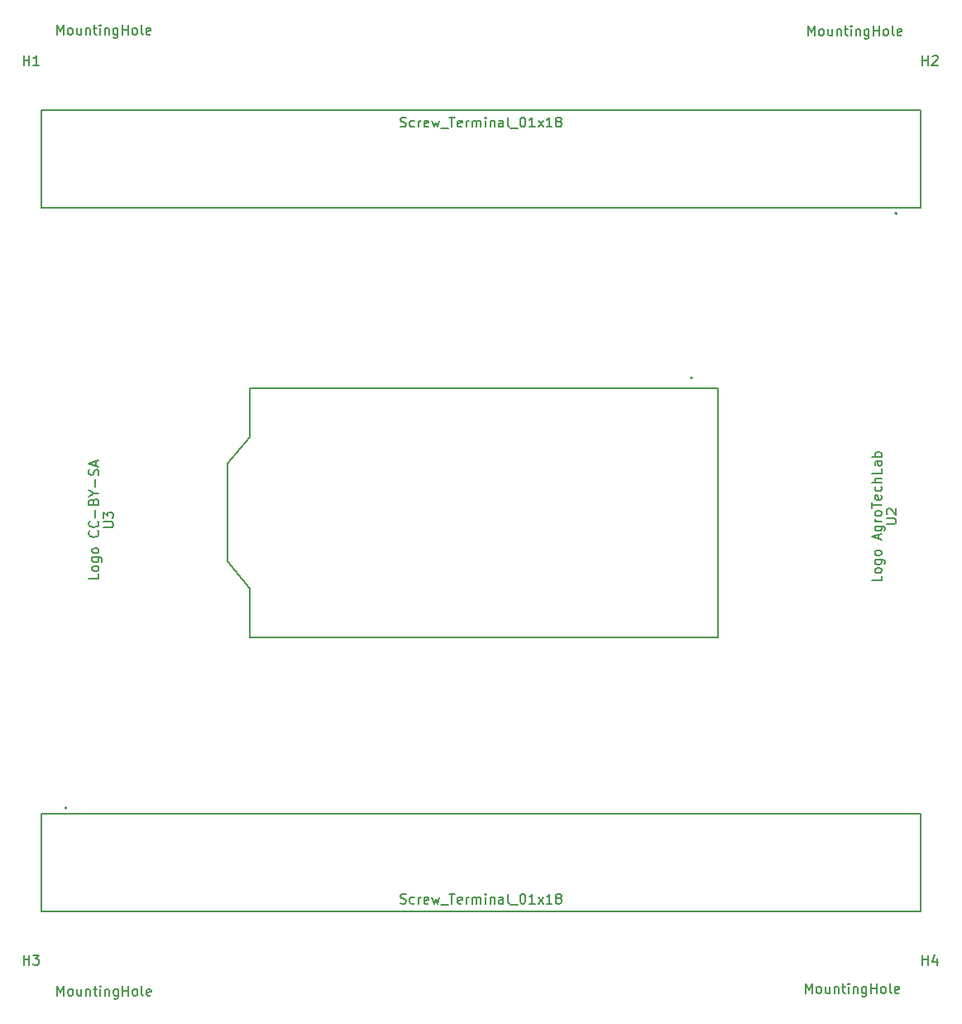
<source format=gbr>
%TF.GenerationSoftware,KiCad,Pcbnew,9.0.1*%
%TF.CreationDate,2025-05-31T13:23:48-03:00*%
%TF.ProjectId,breakout_heltec_wifi_lora_32,62726561-6b6f-4757-945f-68656c746563,v0.2.0*%
%TF.SameCoordinates,Original*%
%TF.FileFunction,AssemblyDrawing,Top*%
%FSLAX46Y46*%
G04 Gerber Fmt 4.6, Leading zero omitted, Abs format (unit mm)*
G04 Created by KiCad (PCBNEW 9.0.1) date 2025-05-31 13:23:48*
%MOMM*%
%LPD*%
G01*
G04 APERTURE LIST*
%ADD10C,0.150000*%
%ADD11C,0.127000*%
%ADD12C,0.200000*%
G04 APERTURE END LIST*
D10*
X187029819Y-101911429D02*
X187029819Y-102387619D01*
X187029819Y-102387619D02*
X186029819Y-102387619D01*
X187029819Y-101435238D02*
X186982200Y-101530476D01*
X186982200Y-101530476D02*
X186934580Y-101578095D01*
X186934580Y-101578095D02*
X186839342Y-101625714D01*
X186839342Y-101625714D02*
X186553628Y-101625714D01*
X186553628Y-101625714D02*
X186458390Y-101578095D01*
X186458390Y-101578095D02*
X186410771Y-101530476D01*
X186410771Y-101530476D02*
X186363152Y-101435238D01*
X186363152Y-101435238D02*
X186363152Y-101292381D01*
X186363152Y-101292381D02*
X186410771Y-101197143D01*
X186410771Y-101197143D02*
X186458390Y-101149524D01*
X186458390Y-101149524D02*
X186553628Y-101101905D01*
X186553628Y-101101905D02*
X186839342Y-101101905D01*
X186839342Y-101101905D02*
X186934580Y-101149524D01*
X186934580Y-101149524D02*
X186982200Y-101197143D01*
X186982200Y-101197143D02*
X187029819Y-101292381D01*
X187029819Y-101292381D02*
X187029819Y-101435238D01*
X186363152Y-100244762D02*
X187172676Y-100244762D01*
X187172676Y-100244762D02*
X187267914Y-100292381D01*
X187267914Y-100292381D02*
X187315533Y-100340000D01*
X187315533Y-100340000D02*
X187363152Y-100435238D01*
X187363152Y-100435238D02*
X187363152Y-100578095D01*
X187363152Y-100578095D02*
X187315533Y-100673333D01*
X186982200Y-100244762D02*
X187029819Y-100340000D01*
X187029819Y-100340000D02*
X187029819Y-100530476D01*
X187029819Y-100530476D02*
X186982200Y-100625714D01*
X186982200Y-100625714D02*
X186934580Y-100673333D01*
X186934580Y-100673333D02*
X186839342Y-100720952D01*
X186839342Y-100720952D02*
X186553628Y-100720952D01*
X186553628Y-100720952D02*
X186458390Y-100673333D01*
X186458390Y-100673333D02*
X186410771Y-100625714D01*
X186410771Y-100625714D02*
X186363152Y-100530476D01*
X186363152Y-100530476D02*
X186363152Y-100340000D01*
X186363152Y-100340000D02*
X186410771Y-100244762D01*
X187029819Y-99625714D02*
X186982200Y-99720952D01*
X186982200Y-99720952D02*
X186934580Y-99768571D01*
X186934580Y-99768571D02*
X186839342Y-99816190D01*
X186839342Y-99816190D02*
X186553628Y-99816190D01*
X186553628Y-99816190D02*
X186458390Y-99768571D01*
X186458390Y-99768571D02*
X186410771Y-99720952D01*
X186410771Y-99720952D02*
X186363152Y-99625714D01*
X186363152Y-99625714D02*
X186363152Y-99482857D01*
X186363152Y-99482857D02*
X186410771Y-99387619D01*
X186410771Y-99387619D02*
X186458390Y-99340000D01*
X186458390Y-99340000D02*
X186553628Y-99292381D01*
X186553628Y-99292381D02*
X186839342Y-99292381D01*
X186839342Y-99292381D02*
X186934580Y-99340000D01*
X186934580Y-99340000D02*
X186982200Y-99387619D01*
X186982200Y-99387619D02*
X187029819Y-99482857D01*
X187029819Y-99482857D02*
X187029819Y-99625714D01*
X186744104Y-98149523D02*
X186744104Y-97673333D01*
X187029819Y-98244761D02*
X186029819Y-97911428D01*
X186029819Y-97911428D02*
X187029819Y-97578095D01*
X186363152Y-96816190D02*
X187172676Y-96816190D01*
X187172676Y-96816190D02*
X187267914Y-96863809D01*
X187267914Y-96863809D02*
X187315533Y-96911428D01*
X187315533Y-96911428D02*
X187363152Y-97006666D01*
X187363152Y-97006666D02*
X187363152Y-97149523D01*
X187363152Y-97149523D02*
X187315533Y-97244761D01*
X186982200Y-96816190D02*
X187029819Y-96911428D01*
X187029819Y-96911428D02*
X187029819Y-97101904D01*
X187029819Y-97101904D02*
X186982200Y-97197142D01*
X186982200Y-97197142D02*
X186934580Y-97244761D01*
X186934580Y-97244761D02*
X186839342Y-97292380D01*
X186839342Y-97292380D02*
X186553628Y-97292380D01*
X186553628Y-97292380D02*
X186458390Y-97244761D01*
X186458390Y-97244761D02*
X186410771Y-97197142D01*
X186410771Y-97197142D02*
X186363152Y-97101904D01*
X186363152Y-97101904D02*
X186363152Y-96911428D01*
X186363152Y-96911428D02*
X186410771Y-96816190D01*
X187029819Y-96339999D02*
X186363152Y-96339999D01*
X186553628Y-96339999D02*
X186458390Y-96292380D01*
X186458390Y-96292380D02*
X186410771Y-96244761D01*
X186410771Y-96244761D02*
X186363152Y-96149523D01*
X186363152Y-96149523D02*
X186363152Y-96054285D01*
X187029819Y-95578094D02*
X186982200Y-95673332D01*
X186982200Y-95673332D02*
X186934580Y-95720951D01*
X186934580Y-95720951D02*
X186839342Y-95768570D01*
X186839342Y-95768570D02*
X186553628Y-95768570D01*
X186553628Y-95768570D02*
X186458390Y-95720951D01*
X186458390Y-95720951D02*
X186410771Y-95673332D01*
X186410771Y-95673332D02*
X186363152Y-95578094D01*
X186363152Y-95578094D02*
X186363152Y-95435237D01*
X186363152Y-95435237D02*
X186410771Y-95339999D01*
X186410771Y-95339999D02*
X186458390Y-95292380D01*
X186458390Y-95292380D02*
X186553628Y-95244761D01*
X186553628Y-95244761D02*
X186839342Y-95244761D01*
X186839342Y-95244761D02*
X186934580Y-95292380D01*
X186934580Y-95292380D02*
X186982200Y-95339999D01*
X186982200Y-95339999D02*
X187029819Y-95435237D01*
X187029819Y-95435237D02*
X187029819Y-95578094D01*
X186029819Y-94959046D02*
X186029819Y-94387618D01*
X187029819Y-94673332D02*
X186029819Y-94673332D01*
X186982200Y-93673332D02*
X187029819Y-93768570D01*
X187029819Y-93768570D02*
X187029819Y-93959046D01*
X187029819Y-93959046D02*
X186982200Y-94054284D01*
X186982200Y-94054284D02*
X186886961Y-94101903D01*
X186886961Y-94101903D02*
X186506009Y-94101903D01*
X186506009Y-94101903D02*
X186410771Y-94054284D01*
X186410771Y-94054284D02*
X186363152Y-93959046D01*
X186363152Y-93959046D02*
X186363152Y-93768570D01*
X186363152Y-93768570D02*
X186410771Y-93673332D01*
X186410771Y-93673332D02*
X186506009Y-93625713D01*
X186506009Y-93625713D02*
X186601247Y-93625713D01*
X186601247Y-93625713D02*
X186696485Y-94101903D01*
X186982200Y-92768570D02*
X187029819Y-92863808D01*
X187029819Y-92863808D02*
X187029819Y-93054284D01*
X187029819Y-93054284D02*
X186982200Y-93149522D01*
X186982200Y-93149522D02*
X186934580Y-93197141D01*
X186934580Y-93197141D02*
X186839342Y-93244760D01*
X186839342Y-93244760D02*
X186553628Y-93244760D01*
X186553628Y-93244760D02*
X186458390Y-93197141D01*
X186458390Y-93197141D02*
X186410771Y-93149522D01*
X186410771Y-93149522D02*
X186363152Y-93054284D01*
X186363152Y-93054284D02*
X186363152Y-92863808D01*
X186363152Y-92863808D02*
X186410771Y-92768570D01*
X187029819Y-92339998D02*
X186029819Y-92339998D01*
X187029819Y-91911427D02*
X186506009Y-91911427D01*
X186506009Y-91911427D02*
X186410771Y-91959046D01*
X186410771Y-91959046D02*
X186363152Y-92054284D01*
X186363152Y-92054284D02*
X186363152Y-92197141D01*
X186363152Y-92197141D02*
X186410771Y-92292379D01*
X186410771Y-92292379D02*
X186458390Y-92339998D01*
X187029819Y-90959046D02*
X187029819Y-91435236D01*
X187029819Y-91435236D02*
X186029819Y-91435236D01*
X187029819Y-90197141D02*
X186506009Y-90197141D01*
X186506009Y-90197141D02*
X186410771Y-90244760D01*
X186410771Y-90244760D02*
X186363152Y-90339998D01*
X186363152Y-90339998D02*
X186363152Y-90530474D01*
X186363152Y-90530474D02*
X186410771Y-90625712D01*
X186982200Y-90197141D02*
X187029819Y-90292379D01*
X187029819Y-90292379D02*
X187029819Y-90530474D01*
X187029819Y-90530474D02*
X186982200Y-90625712D01*
X186982200Y-90625712D02*
X186886961Y-90673331D01*
X186886961Y-90673331D02*
X186791723Y-90673331D01*
X186791723Y-90673331D02*
X186696485Y-90625712D01*
X186696485Y-90625712D02*
X186648866Y-90530474D01*
X186648866Y-90530474D02*
X186648866Y-90292379D01*
X186648866Y-90292379D02*
X186601247Y-90197141D01*
X187029819Y-89720950D02*
X186029819Y-89720950D01*
X186410771Y-89720950D02*
X186363152Y-89625712D01*
X186363152Y-89625712D02*
X186363152Y-89435236D01*
X186363152Y-89435236D02*
X186410771Y-89339998D01*
X186410771Y-89339998D02*
X186458390Y-89292379D01*
X186458390Y-89292379D02*
X186553628Y-89244760D01*
X186553628Y-89244760D02*
X186839342Y-89244760D01*
X186839342Y-89244760D02*
X186934580Y-89292379D01*
X186934580Y-89292379D02*
X186982200Y-89339998D01*
X186982200Y-89339998D02*
X187029819Y-89435236D01*
X187029819Y-89435236D02*
X187029819Y-89625712D01*
X187029819Y-89625712D02*
X186982200Y-89720950D01*
X187529819Y-96601904D02*
X188339342Y-96601904D01*
X188339342Y-96601904D02*
X188434580Y-96554285D01*
X188434580Y-96554285D02*
X188482200Y-96506666D01*
X188482200Y-96506666D02*
X188529819Y-96411428D01*
X188529819Y-96411428D02*
X188529819Y-96220952D01*
X188529819Y-96220952D02*
X188482200Y-96125714D01*
X188482200Y-96125714D02*
X188434580Y-96078095D01*
X188434580Y-96078095D02*
X188339342Y-96030476D01*
X188339342Y-96030476D02*
X187529819Y-96030476D01*
X187625057Y-95601904D02*
X187577438Y-95554285D01*
X187577438Y-95554285D02*
X187529819Y-95459047D01*
X187529819Y-95459047D02*
X187529819Y-95220952D01*
X187529819Y-95220952D02*
X187577438Y-95125714D01*
X187577438Y-95125714D02*
X187625057Y-95078095D01*
X187625057Y-95078095D02*
X187720295Y-95030476D01*
X187720295Y-95030476D02*
X187815533Y-95030476D01*
X187815533Y-95030476D02*
X187958390Y-95078095D01*
X187958390Y-95078095D02*
X188529819Y-95649523D01*
X188529819Y-95649523D02*
X188529819Y-95030476D01*
X106894819Y-101690000D02*
X106894819Y-102166190D01*
X106894819Y-102166190D02*
X105894819Y-102166190D01*
X106894819Y-101213809D02*
X106847200Y-101309047D01*
X106847200Y-101309047D02*
X106799580Y-101356666D01*
X106799580Y-101356666D02*
X106704342Y-101404285D01*
X106704342Y-101404285D02*
X106418628Y-101404285D01*
X106418628Y-101404285D02*
X106323390Y-101356666D01*
X106323390Y-101356666D02*
X106275771Y-101309047D01*
X106275771Y-101309047D02*
X106228152Y-101213809D01*
X106228152Y-101213809D02*
X106228152Y-101070952D01*
X106228152Y-101070952D02*
X106275771Y-100975714D01*
X106275771Y-100975714D02*
X106323390Y-100928095D01*
X106323390Y-100928095D02*
X106418628Y-100880476D01*
X106418628Y-100880476D02*
X106704342Y-100880476D01*
X106704342Y-100880476D02*
X106799580Y-100928095D01*
X106799580Y-100928095D02*
X106847200Y-100975714D01*
X106847200Y-100975714D02*
X106894819Y-101070952D01*
X106894819Y-101070952D02*
X106894819Y-101213809D01*
X106228152Y-100023333D02*
X107037676Y-100023333D01*
X107037676Y-100023333D02*
X107132914Y-100070952D01*
X107132914Y-100070952D02*
X107180533Y-100118571D01*
X107180533Y-100118571D02*
X107228152Y-100213809D01*
X107228152Y-100213809D02*
X107228152Y-100356666D01*
X107228152Y-100356666D02*
X107180533Y-100451904D01*
X106847200Y-100023333D02*
X106894819Y-100118571D01*
X106894819Y-100118571D02*
X106894819Y-100309047D01*
X106894819Y-100309047D02*
X106847200Y-100404285D01*
X106847200Y-100404285D02*
X106799580Y-100451904D01*
X106799580Y-100451904D02*
X106704342Y-100499523D01*
X106704342Y-100499523D02*
X106418628Y-100499523D01*
X106418628Y-100499523D02*
X106323390Y-100451904D01*
X106323390Y-100451904D02*
X106275771Y-100404285D01*
X106275771Y-100404285D02*
X106228152Y-100309047D01*
X106228152Y-100309047D02*
X106228152Y-100118571D01*
X106228152Y-100118571D02*
X106275771Y-100023333D01*
X106894819Y-99404285D02*
X106847200Y-99499523D01*
X106847200Y-99499523D02*
X106799580Y-99547142D01*
X106799580Y-99547142D02*
X106704342Y-99594761D01*
X106704342Y-99594761D02*
X106418628Y-99594761D01*
X106418628Y-99594761D02*
X106323390Y-99547142D01*
X106323390Y-99547142D02*
X106275771Y-99499523D01*
X106275771Y-99499523D02*
X106228152Y-99404285D01*
X106228152Y-99404285D02*
X106228152Y-99261428D01*
X106228152Y-99261428D02*
X106275771Y-99166190D01*
X106275771Y-99166190D02*
X106323390Y-99118571D01*
X106323390Y-99118571D02*
X106418628Y-99070952D01*
X106418628Y-99070952D02*
X106704342Y-99070952D01*
X106704342Y-99070952D02*
X106799580Y-99118571D01*
X106799580Y-99118571D02*
X106847200Y-99166190D01*
X106847200Y-99166190D02*
X106894819Y-99261428D01*
X106894819Y-99261428D02*
X106894819Y-99404285D01*
X106799580Y-97309047D02*
X106847200Y-97356666D01*
X106847200Y-97356666D02*
X106894819Y-97499523D01*
X106894819Y-97499523D02*
X106894819Y-97594761D01*
X106894819Y-97594761D02*
X106847200Y-97737618D01*
X106847200Y-97737618D02*
X106751961Y-97832856D01*
X106751961Y-97832856D02*
X106656723Y-97880475D01*
X106656723Y-97880475D02*
X106466247Y-97928094D01*
X106466247Y-97928094D02*
X106323390Y-97928094D01*
X106323390Y-97928094D02*
X106132914Y-97880475D01*
X106132914Y-97880475D02*
X106037676Y-97832856D01*
X106037676Y-97832856D02*
X105942438Y-97737618D01*
X105942438Y-97737618D02*
X105894819Y-97594761D01*
X105894819Y-97594761D02*
X105894819Y-97499523D01*
X105894819Y-97499523D02*
X105942438Y-97356666D01*
X105942438Y-97356666D02*
X105990057Y-97309047D01*
X106799580Y-96309047D02*
X106847200Y-96356666D01*
X106847200Y-96356666D02*
X106894819Y-96499523D01*
X106894819Y-96499523D02*
X106894819Y-96594761D01*
X106894819Y-96594761D02*
X106847200Y-96737618D01*
X106847200Y-96737618D02*
X106751961Y-96832856D01*
X106751961Y-96832856D02*
X106656723Y-96880475D01*
X106656723Y-96880475D02*
X106466247Y-96928094D01*
X106466247Y-96928094D02*
X106323390Y-96928094D01*
X106323390Y-96928094D02*
X106132914Y-96880475D01*
X106132914Y-96880475D02*
X106037676Y-96832856D01*
X106037676Y-96832856D02*
X105942438Y-96737618D01*
X105942438Y-96737618D02*
X105894819Y-96594761D01*
X105894819Y-96594761D02*
X105894819Y-96499523D01*
X105894819Y-96499523D02*
X105942438Y-96356666D01*
X105942438Y-96356666D02*
X105990057Y-96309047D01*
X106513866Y-95880475D02*
X106513866Y-95118571D01*
X106371009Y-94309047D02*
X106418628Y-94166190D01*
X106418628Y-94166190D02*
X106466247Y-94118571D01*
X106466247Y-94118571D02*
X106561485Y-94070952D01*
X106561485Y-94070952D02*
X106704342Y-94070952D01*
X106704342Y-94070952D02*
X106799580Y-94118571D01*
X106799580Y-94118571D02*
X106847200Y-94166190D01*
X106847200Y-94166190D02*
X106894819Y-94261428D01*
X106894819Y-94261428D02*
X106894819Y-94642380D01*
X106894819Y-94642380D02*
X105894819Y-94642380D01*
X105894819Y-94642380D02*
X105894819Y-94309047D01*
X105894819Y-94309047D02*
X105942438Y-94213809D01*
X105942438Y-94213809D02*
X105990057Y-94166190D01*
X105990057Y-94166190D02*
X106085295Y-94118571D01*
X106085295Y-94118571D02*
X106180533Y-94118571D01*
X106180533Y-94118571D02*
X106275771Y-94166190D01*
X106275771Y-94166190D02*
X106323390Y-94213809D01*
X106323390Y-94213809D02*
X106371009Y-94309047D01*
X106371009Y-94309047D02*
X106371009Y-94642380D01*
X106418628Y-93451904D02*
X106894819Y-93451904D01*
X105894819Y-93785237D02*
X106418628Y-93451904D01*
X106418628Y-93451904D02*
X105894819Y-93118571D01*
X106513866Y-92785237D02*
X106513866Y-92023333D01*
X106847200Y-91594761D02*
X106894819Y-91451904D01*
X106894819Y-91451904D02*
X106894819Y-91213809D01*
X106894819Y-91213809D02*
X106847200Y-91118571D01*
X106847200Y-91118571D02*
X106799580Y-91070952D01*
X106799580Y-91070952D02*
X106704342Y-91023333D01*
X106704342Y-91023333D02*
X106609104Y-91023333D01*
X106609104Y-91023333D02*
X106513866Y-91070952D01*
X106513866Y-91070952D02*
X106466247Y-91118571D01*
X106466247Y-91118571D02*
X106418628Y-91213809D01*
X106418628Y-91213809D02*
X106371009Y-91404285D01*
X106371009Y-91404285D02*
X106323390Y-91499523D01*
X106323390Y-91499523D02*
X106275771Y-91547142D01*
X106275771Y-91547142D02*
X106180533Y-91594761D01*
X106180533Y-91594761D02*
X106085295Y-91594761D01*
X106085295Y-91594761D02*
X105990057Y-91547142D01*
X105990057Y-91547142D02*
X105942438Y-91499523D01*
X105942438Y-91499523D02*
X105894819Y-91404285D01*
X105894819Y-91404285D02*
X105894819Y-91166190D01*
X105894819Y-91166190D02*
X105942438Y-91023333D01*
X106609104Y-90642380D02*
X106609104Y-90166190D01*
X106894819Y-90737618D02*
X105894819Y-90404285D01*
X105894819Y-90404285D02*
X106894819Y-90070952D01*
X107394819Y-96951904D02*
X108204342Y-96951904D01*
X108204342Y-96951904D02*
X108299580Y-96904285D01*
X108299580Y-96904285D02*
X108347200Y-96856666D01*
X108347200Y-96856666D02*
X108394819Y-96761428D01*
X108394819Y-96761428D02*
X108394819Y-96570952D01*
X108394819Y-96570952D02*
X108347200Y-96475714D01*
X108347200Y-96475714D02*
X108299580Y-96428095D01*
X108299580Y-96428095D02*
X108204342Y-96380476D01*
X108204342Y-96380476D02*
X107394819Y-96380476D01*
X107394819Y-95999523D02*
X107394819Y-95380476D01*
X107394819Y-95380476D02*
X107775771Y-95713809D01*
X107775771Y-95713809D02*
X107775771Y-95570952D01*
X107775771Y-95570952D02*
X107823390Y-95475714D01*
X107823390Y-95475714D02*
X107871009Y-95428095D01*
X107871009Y-95428095D02*
X107966247Y-95380476D01*
X107966247Y-95380476D02*
X108204342Y-95380476D01*
X108204342Y-95380476D02*
X108299580Y-95428095D01*
X108299580Y-95428095D02*
X108347200Y-95475714D01*
X108347200Y-95475714D02*
X108394819Y-95570952D01*
X108394819Y-95570952D02*
X108394819Y-95856666D01*
X108394819Y-95856666D02*
X108347200Y-95951904D01*
X108347200Y-95951904D02*
X108299580Y-95999523D01*
X179494285Y-46634819D02*
X179494285Y-45634819D01*
X179494285Y-45634819D02*
X179827618Y-46349104D01*
X179827618Y-46349104D02*
X180160951Y-45634819D01*
X180160951Y-45634819D02*
X180160951Y-46634819D01*
X180779999Y-46634819D02*
X180684761Y-46587200D01*
X180684761Y-46587200D02*
X180637142Y-46539580D01*
X180637142Y-46539580D02*
X180589523Y-46444342D01*
X180589523Y-46444342D02*
X180589523Y-46158628D01*
X180589523Y-46158628D02*
X180637142Y-46063390D01*
X180637142Y-46063390D02*
X180684761Y-46015771D01*
X180684761Y-46015771D02*
X180779999Y-45968152D01*
X180779999Y-45968152D02*
X180922856Y-45968152D01*
X180922856Y-45968152D02*
X181018094Y-46015771D01*
X181018094Y-46015771D02*
X181065713Y-46063390D01*
X181065713Y-46063390D02*
X181113332Y-46158628D01*
X181113332Y-46158628D02*
X181113332Y-46444342D01*
X181113332Y-46444342D02*
X181065713Y-46539580D01*
X181065713Y-46539580D02*
X181018094Y-46587200D01*
X181018094Y-46587200D02*
X180922856Y-46634819D01*
X180922856Y-46634819D02*
X180779999Y-46634819D01*
X181970475Y-45968152D02*
X181970475Y-46634819D01*
X181541904Y-45968152D02*
X181541904Y-46491961D01*
X181541904Y-46491961D02*
X181589523Y-46587200D01*
X181589523Y-46587200D02*
X181684761Y-46634819D01*
X181684761Y-46634819D02*
X181827618Y-46634819D01*
X181827618Y-46634819D02*
X181922856Y-46587200D01*
X181922856Y-46587200D02*
X181970475Y-46539580D01*
X182446666Y-45968152D02*
X182446666Y-46634819D01*
X182446666Y-46063390D02*
X182494285Y-46015771D01*
X182494285Y-46015771D02*
X182589523Y-45968152D01*
X182589523Y-45968152D02*
X182732380Y-45968152D01*
X182732380Y-45968152D02*
X182827618Y-46015771D01*
X182827618Y-46015771D02*
X182875237Y-46111009D01*
X182875237Y-46111009D02*
X182875237Y-46634819D01*
X183208571Y-45968152D02*
X183589523Y-45968152D01*
X183351428Y-45634819D02*
X183351428Y-46491961D01*
X183351428Y-46491961D02*
X183399047Y-46587200D01*
X183399047Y-46587200D02*
X183494285Y-46634819D01*
X183494285Y-46634819D02*
X183589523Y-46634819D01*
X183922857Y-46634819D02*
X183922857Y-45968152D01*
X183922857Y-45634819D02*
X183875238Y-45682438D01*
X183875238Y-45682438D02*
X183922857Y-45730057D01*
X183922857Y-45730057D02*
X183970476Y-45682438D01*
X183970476Y-45682438D02*
X183922857Y-45634819D01*
X183922857Y-45634819D02*
X183922857Y-45730057D01*
X184399047Y-45968152D02*
X184399047Y-46634819D01*
X184399047Y-46063390D02*
X184446666Y-46015771D01*
X184446666Y-46015771D02*
X184541904Y-45968152D01*
X184541904Y-45968152D02*
X184684761Y-45968152D01*
X184684761Y-45968152D02*
X184779999Y-46015771D01*
X184779999Y-46015771D02*
X184827618Y-46111009D01*
X184827618Y-46111009D02*
X184827618Y-46634819D01*
X185732380Y-45968152D02*
X185732380Y-46777676D01*
X185732380Y-46777676D02*
X185684761Y-46872914D01*
X185684761Y-46872914D02*
X185637142Y-46920533D01*
X185637142Y-46920533D02*
X185541904Y-46968152D01*
X185541904Y-46968152D02*
X185399047Y-46968152D01*
X185399047Y-46968152D02*
X185303809Y-46920533D01*
X185732380Y-46587200D02*
X185637142Y-46634819D01*
X185637142Y-46634819D02*
X185446666Y-46634819D01*
X185446666Y-46634819D02*
X185351428Y-46587200D01*
X185351428Y-46587200D02*
X185303809Y-46539580D01*
X185303809Y-46539580D02*
X185256190Y-46444342D01*
X185256190Y-46444342D02*
X185256190Y-46158628D01*
X185256190Y-46158628D02*
X185303809Y-46063390D01*
X185303809Y-46063390D02*
X185351428Y-46015771D01*
X185351428Y-46015771D02*
X185446666Y-45968152D01*
X185446666Y-45968152D02*
X185637142Y-45968152D01*
X185637142Y-45968152D02*
X185732380Y-46015771D01*
X186208571Y-46634819D02*
X186208571Y-45634819D01*
X186208571Y-46111009D02*
X186779999Y-46111009D01*
X186779999Y-46634819D02*
X186779999Y-45634819D01*
X187399047Y-46634819D02*
X187303809Y-46587200D01*
X187303809Y-46587200D02*
X187256190Y-46539580D01*
X187256190Y-46539580D02*
X187208571Y-46444342D01*
X187208571Y-46444342D02*
X187208571Y-46158628D01*
X187208571Y-46158628D02*
X187256190Y-46063390D01*
X187256190Y-46063390D02*
X187303809Y-46015771D01*
X187303809Y-46015771D02*
X187399047Y-45968152D01*
X187399047Y-45968152D02*
X187541904Y-45968152D01*
X187541904Y-45968152D02*
X187637142Y-46015771D01*
X187637142Y-46015771D02*
X187684761Y-46063390D01*
X187684761Y-46063390D02*
X187732380Y-46158628D01*
X187732380Y-46158628D02*
X187732380Y-46444342D01*
X187732380Y-46444342D02*
X187684761Y-46539580D01*
X187684761Y-46539580D02*
X187637142Y-46587200D01*
X187637142Y-46587200D02*
X187541904Y-46634819D01*
X187541904Y-46634819D02*
X187399047Y-46634819D01*
X188303809Y-46634819D02*
X188208571Y-46587200D01*
X188208571Y-46587200D02*
X188160952Y-46491961D01*
X188160952Y-46491961D02*
X188160952Y-45634819D01*
X189065714Y-46587200D02*
X188970476Y-46634819D01*
X188970476Y-46634819D02*
X188780000Y-46634819D01*
X188780000Y-46634819D02*
X188684762Y-46587200D01*
X188684762Y-46587200D02*
X188637143Y-46491961D01*
X188637143Y-46491961D02*
X188637143Y-46111009D01*
X188637143Y-46111009D02*
X188684762Y-46015771D01*
X188684762Y-46015771D02*
X188780000Y-45968152D01*
X188780000Y-45968152D02*
X188970476Y-45968152D01*
X188970476Y-45968152D02*
X189065714Y-46015771D01*
X189065714Y-46015771D02*
X189113333Y-46111009D01*
X189113333Y-46111009D02*
X189113333Y-46206247D01*
X189113333Y-46206247D02*
X188637143Y-46301485D01*
X191218095Y-49684819D02*
X191218095Y-48684819D01*
X191218095Y-49161009D02*
X191789523Y-49161009D01*
X191789523Y-49684819D02*
X191789523Y-48684819D01*
X192218095Y-48780057D02*
X192265714Y-48732438D01*
X192265714Y-48732438D02*
X192360952Y-48684819D01*
X192360952Y-48684819D02*
X192599047Y-48684819D01*
X192599047Y-48684819D02*
X192694285Y-48732438D01*
X192694285Y-48732438D02*
X192741904Y-48780057D01*
X192741904Y-48780057D02*
X192789523Y-48875295D01*
X192789523Y-48875295D02*
X192789523Y-48970533D01*
X192789523Y-48970533D02*
X192741904Y-49113390D01*
X192741904Y-49113390D02*
X192170476Y-49684819D01*
X192170476Y-49684819D02*
X192789523Y-49684819D01*
X102614285Y-46544819D02*
X102614285Y-45544819D01*
X102614285Y-45544819D02*
X102947618Y-46259104D01*
X102947618Y-46259104D02*
X103280951Y-45544819D01*
X103280951Y-45544819D02*
X103280951Y-46544819D01*
X103899999Y-46544819D02*
X103804761Y-46497200D01*
X103804761Y-46497200D02*
X103757142Y-46449580D01*
X103757142Y-46449580D02*
X103709523Y-46354342D01*
X103709523Y-46354342D02*
X103709523Y-46068628D01*
X103709523Y-46068628D02*
X103757142Y-45973390D01*
X103757142Y-45973390D02*
X103804761Y-45925771D01*
X103804761Y-45925771D02*
X103899999Y-45878152D01*
X103899999Y-45878152D02*
X104042856Y-45878152D01*
X104042856Y-45878152D02*
X104138094Y-45925771D01*
X104138094Y-45925771D02*
X104185713Y-45973390D01*
X104185713Y-45973390D02*
X104233332Y-46068628D01*
X104233332Y-46068628D02*
X104233332Y-46354342D01*
X104233332Y-46354342D02*
X104185713Y-46449580D01*
X104185713Y-46449580D02*
X104138094Y-46497200D01*
X104138094Y-46497200D02*
X104042856Y-46544819D01*
X104042856Y-46544819D02*
X103899999Y-46544819D01*
X105090475Y-45878152D02*
X105090475Y-46544819D01*
X104661904Y-45878152D02*
X104661904Y-46401961D01*
X104661904Y-46401961D02*
X104709523Y-46497200D01*
X104709523Y-46497200D02*
X104804761Y-46544819D01*
X104804761Y-46544819D02*
X104947618Y-46544819D01*
X104947618Y-46544819D02*
X105042856Y-46497200D01*
X105042856Y-46497200D02*
X105090475Y-46449580D01*
X105566666Y-45878152D02*
X105566666Y-46544819D01*
X105566666Y-45973390D02*
X105614285Y-45925771D01*
X105614285Y-45925771D02*
X105709523Y-45878152D01*
X105709523Y-45878152D02*
X105852380Y-45878152D01*
X105852380Y-45878152D02*
X105947618Y-45925771D01*
X105947618Y-45925771D02*
X105995237Y-46021009D01*
X105995237Y-46021009D02*
X105995237Y-46544819D01*
X106328571Y-45878152D02*
X106709523Y-45878152D01*
X106471428Y-45544819D02*
X106471428Y-46401961D01*
X106471428Y-46401961D02*
X106519047Y-46497200D01*
X106519047Y-46497200D02*
X106614285Y-46544819D01*
X106614285Y-46544819D02*
X106709523Y-46544819D01*
X107042857Y-46544819D02*
X107042857Y-45878152D01*
X107042857Y-45544819D02*
X106995238Y-45592438D01*
X106995238Y-45592438D02*
X107042857Y-45640057D01*
X107042857Y-45640057D02*
X107090476Y-45592438D01*
X107090476Y-45592438D02*
X107042857Y-45544819D01*
X107042857Y-45544819D02*
X107042857Y-45640057D01*
X107519047Y-45878152D02*
X107519047Y-46544819D01*
X107519047Y-45973390D02*
X107566666Y-45925771D01*
X107566666Y-45925771D02*
X107661904Y-45878152D01*
X107661904Y-45878152D02*
X107804761Y-45878152D01*
X107804761Y-45878152D02*
X107899999Y-45925771D01*
X107899999Y-45925771D02*
X107947618Y-46021009D01*
X107947618Y-46021009D02*
X107947618Y-46544819D01*
X108852380Y-45878152D02*
X108852380Y-46687676D01*
X108852380Y-46687676D02*
X108804761Y-46782914D01*
X108804761Y-46782914D02*
X108757142Y-46830533D01*
X108757142Y-46830533D02*
X108661904Y-46878152D01*
X108661904Y-46878152D02*
X108519047Y-46878152D01*
X108519047Y-46878152D02*
X108423809Y-46830533D01*
X108852380Y-46497200D02*
X108757142Y-46544819D01*
X108757142Y-46544819D02*
X108566666Y-46544819D01*
X108566666Y-46544819D02*
X108471428Y-46497200D01*
X108471428Y-46497200D02*
X108423809Y-46449580D01*
X108423809Y-46449580D02*
X108376190Y-46354342D01*
X108376190Y-46354342D02*
X108376190Y-46068628D01*
X108376190Y-46068628D02*
X108423809Y-45973390D01*
X108423809Y-45973390D02*
X108471428Y-45925771D01*
X108471428Y-45925771D02*
X108566666Y-45878152D01*
X108566666Y-45878152D02*
X108757142Y-45878152D01*
X108757142Y-45878152D02*
X108852380Y-45925771D01*
X109328571Y-46544819D02*
X109328571Y-45544819D01*
X109328571Y-46021009D02*
X109899999Y-46021009D01*
X109899999Y-46544819D02*
X109899999Y-45544819D01*
X110519047Y-46544819D02*
X110423809Y-46497200D01*
X110423809Y-46497200D02*
X110376190Y-46449580D01*
X110376190Y-46449580D02*
X110328571Y-46354342D01*
X110328571Y-46354342D02*
X110328571Y-46068628D01*
X110328571Y-46068628D02*
X110376190Y-45973390D01*
X110376190Y-45973390D02*
X110423809Y-45925771D01*
X110423809Y-45925771D02*
X110519047Y-45878152D01*
X110519047Y-45878152D02*
X110661904Y-45878152D01*
X110661904Y-45878152D02*
X110757142Y-45925771D01*
X110757142Y-45925771D02*
X110804761Y-45973390D01*
X110804761Y-45973390D02*
X110852380Y-46068628D01*
X110852380Y-46068628D02*
X110852380Y-46354342D01*
X110852380Y-46354342D02*
X110804761Y-46449580D01*
X110804761Y-46449580D02*
X110757142Y-46497200D01*
X110757142Y-46497200D02*
X110661904Y-46544819D01*
X110661904Y-46544819D02*
X110519047Y-46544819D01*
X111423809Y-46544819D02*
X111328571Y-46497200D01*
X111328571Y-46497200D02*
X111280952Y-46401961D01*
X111280952Y-46401961D02*
X111280952Y-45544819D01*
X112185714Y-46497200D02*
X112090476Y-46544819D01*
X112090476Y-46544819D02*
X111900000Y-46544819D01*
X111900000Y-46544819D02*
X111804762Y-46497200D01*
X111804762Y-46497200D02*
X111757143Y-46401961D01*
X111757143Y-46401961D02*
X111757143Y-46021009D01*
X111757143Y-46021009D02*
X111804762Y-45925771D01*
X111804762Y-45925771D02*
X111900000Y-45878152D01*
X111900000Y-45878152D02*
X112090476Y-45878152D01*
X112090476Y-45878152D02*
X112185714Y-45925771D01*
X112185714Y-45925771D02*
X112233333Y-46021009D01*
X112233333Y-46021009D02*
X112233333Y-46116247D01*
X112233333Y-46116247D02*
X111757143Y-46211485D01*
X99218095Y-49684819D02*
X99218095Y-48684819D01*
X99218095Y-49161009D02*
X99789523Y-49161009D01*
X99789523Y-49684819D02*
X99789523Y-48684819D01*
X100789523Y-49684819D02*
X100218095Y-49684819D01*
X100503809Y-49684819D02*
X100503809Y-48684819D01*
X100503809Y-48684819D02*
X100408571Y-48827676D01*
X100408571Y-48827676D02*
X100313333Y-48922914D01*
X100313333Y-48922914D02*
X100218095Y-48970533D01*
X137781904Y-55947200D02*
X137924761Y-55994819D01*
X137924761Y-55994819D02*
X138162856Y-55994819D01*
X138162856Y-55994819D02*
X138258094Y-55947200D01*
X138258094Y-55947200D02*
X138305713Y-55899580D01*
X138305713Y-55899580D02*
X138353332Y-55804342D01*
X138353332Y-55804342D02*
X138353332Y-55709104D01*
X138353332Y-55709104D02*
X138305713Y-55613866D01*
X138305713Y-55613866D02*
X138258094Y-55566247D01*
X138258094Y-55566247D02*
X138162856Y-55518628D01*
X138162856Y-55518628D02*
X137972380Y-55471009D01*
X137972380Y-55471009D02*
X137877142Y-55423390D01*
X137877142Y-55423390D02*
X137829523Y-55375771D01*
X137829523Y-55375771D02*
X137781904Y-55280533D01*
X137781904Y-55280533D02*
X137781904Y-55185295D01*
X137781904Y-55185295D02*
X137829523Y-55090057D01*
X137829523Y-55090057D02*
X137877142Y-55042438D01*
X137877142Y-55042438D02*
X137972380Y-54994819D01*
X137972380Y-54994819D02*
X138210475Y-54994819D01*
X138210475Y-54994819D02*
X138353332Y-55042438D01*
X139210475Y-55947200D02*
X139115237Y-55994819D01*
X139115237Y-55994819D02*
X138924761Y-55994819D01*
X138924761Y-55994819D02*
X138829523Y-55947200D01*
X138829523Y-55947200D02*
X138781904Y-55899580D01*
X138781904Y-55899580D02*
X138734285Y-55804342D01*
X138734285Y-55804342D02*
X138734285Y-55518628D01*
X138734285Y-55518628D02*
X138781904Y-55423390D01*
X138781904Y-55423390D02*
X138829523Y-55375771D01*
X138829523Y-55375771D02*
X138924761Y-55328152D01*
X138924761Y-55328152D02*
X139115237Y-55328152D01*
X139115237Y-55328152D02*
X139210475Y-55375771D01*
X139639047Y-55994819D02*
X139639047Y-55328152D01*
X139639047Y-55518628D02*
X139686666Y-55423390D01*
X139686666Y-55423390D02*
X139734285Y-55375771D01*
X139734285Y-55375771D02*
X139829523Y-55328152D01*
X139829523Y-55328152D02*
X139924761Y-55328152D01*
X140639047Y-55947200D02*
X140543809Y-55994819D01*
X140543809Y-55994819D02*
X140353333Y-55994819D01*
X140353333Y-55994819D02*
X140258095Y-55947200D01*
X140258095Y-55947200D02*
X140210476Y-55851961D01*
X140210476Y-55851961D02*
X140210476Y-55471009D01*
X140210476Y-55471009D02*
X140258095Y-55375771D01*
X140258095Y-55375771D02*
X140353333Y-55328152D01*
X140353333Y-55328152D02*
X140543809Y-55328152D01*
X140543809Y-55328152D02*
X140639047Y-55375771D01*
X140639047Y-55375771D02*
X140686666Y-55471009D01*
X140686666Y-55471009D02*
X140686666Y-55566247D01*
X140686666Y-55566247D02*
X140210476Y-55661485D01*
X141020000Y-55328152D02*
X141210476Y-55994819D01*
X141210476Y-55994819D02*
X141400952Y-55518628D01*
X141400952Y-55518628D02*
X141591428Y-55994819D01*
X141591428Y-55994819D02*
X141781904Y-55328152D01*
X141924762Y-56090057D02*
X142686666Y-56090057D01*
X142781905Y-54994819D02*
X143353333Y-54994819D01*
X143067619Y-55994819D02*
X143067619Y-54994819D01*
X144067619Y-55947200D02*
X143972381Y-55994819D01*
X143972381Y-55994819D02*
X143781905Y-55994819D01*
X143781905Y-55994819D02*
X143686667Y-55947200D01*
X143686667Y-55947200D02*
X143639048Y-55851961D01*
X143639048Y-55851961D02*
X143639048Y-55471009D01*
X143639048Y-55471009D02*
X143686667Y-55375771D01*
X143686667Y-55375771D02*
X143781905Y-55328152D01*
X143781905Y-55328152D02*
X143972381Y-55328152D01*
X143972381Y-55328152D02*
X144067619Y-55375771D01*
X144067619Y-55375771D02*
X144115238Y-55471009D01*
X144115238Y-55471009D02*
X144115238Y-55566247D01*
X144115238Y-55566247D02*
X143639048Y-55661485D01*
X144543810Y-55994819D02*
X144543810Y-55328152D01*
X144543810Y-55518628D02*
X144591429Y-55423390D01*
X144591429Y-55423390D02*
X144639048Y-55375771D01*
X144639048Y-55375771D02*
X144734286Y-55328152D01*
X144734286Y-55328152D02*
X144829524Y-55328152D01*
X145162858Y-55994819D02*
X145162858Y-55328152D01*
X145162858Y-55423390D02*
X145210477Y-55375771D01*
X145210477Y-55375771D02*
X145305715Y-55328152D01*
X145305715Y-55328152D02*
X145448572Y-55328152D01*
X145448572Y-55328152D02*
X145543810Y-55375771D01*
X145543810Y-55375771D02*
X145591429Y-55471009D01*
X145591429Y-55471009D02*
X145591429Y-55994819D01*
X145591429Y-55471009D02*
X145639048Y-55375771D01*
X145639048Y-55375771D02*
X145734286Y-55328152D01*
X145734286Y-55328152D02*
X145877143Y-55328152D01*
X145877143Y-55328152D02*
X145972382Y-55375771D01*
X145972382Y-55375771D02*
X146020001Y-55471009D01*
X146020001Y-55471009D02*
X146020001Y-55994819D01*
X146496191Y-55994819D02*
X146496191Y-55328152D01*
X146496191Y-54994819D02*
X146448572Y-55042438D01*
X146448572Y-55042438D02*
X146496191Y-55090057D01*
X146496191Y-55090057D02*
X146543810Y-55042438D01*
X146543810Y-55042438D02*
X146496191Y-54994819D01*
X146496191Y-54994819D02*
X146496191Y-55090057D01*
X146972381Y-55328152D02*
X146972381Y-55994819D01*
X146972381Y-55423390D02*
X147020000Y-55375771D01*
X147020000Y-55375771D02*
X147115238Y-55328152D01*
X147115238Y-55328152D02*
X147258095Y-55328152D01*
X147258095Y-55328152D02*
X147353333Y-55375771D01*
X147353333Y-55375771D02*
X147400952Y-55471009D01*
X147400952Y-55471009D02*
X147400952Y-55994819D01*
X148305714Y-55994819D02*
X148305714Y-55471009D01*
X148305714Y-55471009D02*
X148258095Y-55375771D01*
X148258095Y-55375771D02*
X148162857Y-55328152D01*
X148162857Y-55328152D02*
X147972381Y-55328152D01*
X147972381Y-55328152D02*
X147877143Y-55375771D01*
X148305714Y-55947200D02*
X148210476Y-55994819D01*
X148210476Y-55994819D02*
X147972381Y-55994819D01*
X147972381Y-55994819D02*
X147877143Y-55947200D01*
X147877143Y-55947200D02*
X147829524Y-55851961D01*
X147829524Y-55851961D02*
X147829524Y-55756723D01*
X147829524Y-55756723D02*
X147877143Y-55661485D01*
X147877143Y-55661485D02*
X147972381Y-55613866D01*
X147972381Y-55613866D02*
X148210476Y-55613866D01*
X148210476Y-55613866D02*
X148305714Y-55566247D01*
X148924762Y-55994819D02*
X148829524Y-55947200D01*
X148829524Y-55947200D02*
X148781905Y-55851961D01*
X148781905Y-55851961D02*
X148781905Y-54994819D01*
X149067620Y-56090057D02*
X149829524Y-56090057D01*
X150258096Y-54994819D02*
X150353334Y-54994819D01*
X150353334Y-54994819D02*
X150448572Y-55042438D01*
X150448572Y-55042438D02*
X150496191Y-55090057D01*
X150496191Y-55090057D02*
X150543810Y-55185295D01*
X150543810Y-55185295D02*
X150591429Y-55375771D01*
X150591429Y-55375771D02*
X150591429Y-55613866D01*
X150591429Y-55613866D02*
X150543810Y-55804342D01*
X150543810Y-55804342D02*
X150496191Y-55899580D01*
X150496191Y-55899580D02*
X150448572Y-55947200D01*
X150448572Y-55947200D02*
X150353334Y-55994819D01*
X150353334Y-55994819D02*
X150258096Y-55994819D01*
X150258096Y-55994819D02*
X150162858Y-55947200D01*
X150162858Y-55947200D02*
X150115239Y-55899580D01*
X150115239Y-55899580D02*
X150067620Y-55804342D01*
X150067620Y-55804342D02*
X150020001Y-55613866D01*
X150020001Y-55613866D02*
X150020001Y-55375771D01*
X150020001Y-55375771D02*
X150067620Y-55185295D01*
X150067620Y-55185295D02*
X150115239Y-55090057D01*
X150115239Y-55090057D02*
X150162858Y-55042438D01*
X150162858Y-55042438D02*
X150258096Y-54994819D01*
X151543810Y-55994819D02*
X150972382Y-55994819D01*
X151258096Y-55994819D02*
X151258096Y-54994819D01*
X151258096Y-54994819D02*
X151162858Y-55137676D01*
X151162858Y-55137676D02*
X151067620Y-55232914D01*
X151067620Y-55232914D02*
X150972382Y-55280533D01*
X151877144Y-55994819D02*
X152400953Y-55328152D01*
X151877144Y-55328152D02*
X152400953Y-55994819D01*
X153305715Y-55994819D02*
X152734287Y-55994819D01*
X153020001Y-55994819D02*
X153020001Y-54994819D01*
X153020001Y-54994819D02*
X152924763Y-55137676D01*
X152924763Y-55137676D02*
X152829525Y-55232914D01*
X152829525Y-55232914D02*
X152734287Y-55280533D01*
X153877144Y-55423390D02*
X153781906Y-55375771D01*
X153781906Y-55375771D02*
X153734287Y-55328152D01*
X153734287Y-55328152D02*
X153686668Y-55232914D01*
X153686668Y-55232914D02*
X153686668Y-55185295D01*
X153686668Y-55185295D02*
X153734287Y-55090057D01*
X153734287Y-55090057D02*
X153781906Y-55042438D01*
X153781906Y-55042438D02*
X153877144Y-54994819D01*
X153877144Y-54994819D02*
X154067620Y-54994819D01*
X154067620Y-54994819D02*
X154162858Y-55042438D01*
X154162858Y-55042438D02*
X154210477Y-55090057D01*
X154210477Y-55090057D02*
X154258096Y-55185295D01*
X154258096Y-55185295D02*
X154258096Y-55232914D01*
X154258096Y-55232914D02*
X154210477Y-55328152D01*
X154210477Y-55328152D02*
X154162858Y-55375771D01*
X154162858Y-55375771D02*
X154067620Y-55423390D01*
X154067620Y-55423390D02*
X153877144Y-55423390D01*
X153877144Y-55423390D02*
X153781906Y-55471009D01*
X153781906Y-55471009D02*
X153734287Y-55518628D01*
X153734287Y-55518628D02*
X153686668Y-55613866D01*
X153686668Y-55613866D02*
X153686668Y-55804342D01*
X153686668Y-55804342D02*
X153734287Y-55899580D01*
X153734287Y-55899580D02*
X153781906Y-55947200D01*
X153781906Y-55947200D02*
X153877144Y-55994819D01*
X153877144Y-55994819D02*
X154067620Y-55994819D01*
X154067620Y-55994819D02*
X154162858Y-55947200D01*
X154162858Y-55947200D02*
X154210477Y-55899580D01*
X154210477Y-55899580D02*
X154258096Y-55804342D01*
X154258096Y-55804342D02*
X154258096Y-55613866D01*
X154258096Y-55613866D02*
X154210477Y-55518628D01*
X154210477Y-55518628D02*
X154162858Y-55471009D01*
X154162858Y-55471009D02*
X154067620Y-55423390D01*
X179234285Y-144584819D02*
X179234285Y-143584819D01*
X179234285Y-143584819D02*
X179567618Y-144299104D01*
X179567618Y-144299104D02*
X179900951Y-143584819D01*
X179900951Y-143584819D02*
X179900951Y-144584819D01*
X180519999Y-144584819D02*
X180424761Y-144537200D01*
X180424761Y-144537200D02*
X180377142Y-144489580D01*
X180377142Y-144489580D02*
X180329523Y-144394342D01*
X180329523Y-144394342D02*
X180329523Y-144108628D01*
X180329523Y-144108628D02*
X180377142Y-144013390D01*
X180377142Y-144013390D02*
X180424761Y-143965771D01*
X180424761Y-143965771D02*
X180519999Y-143918152D01*
X180519999Y-143918152D02*
X180662856Y-143918152D01*
X180662856Y-143918152D02*
X180758094Y-143965771D01*
X180758094Y-143965771D02*
X180805713Y-144013390D01*
X180805713Y-144013390D02*
X180853332Y-144108628D01*
X180853332Y-144108628D02*
X180853332Y-144394342D01*
X180853332Y-144394342D02*
X180805713Y-144489580D01*
X180805713Y-144489580D02*
X180758094Y-144537200D01*
X180758094Y-144537200D02*
X180662856Y-144584819D01*
X180662856Y-144584819D02*
X180519999Y-144584819D01*
X181710475Y-143918152D02*
X181710475Y-144584819D01*
X181281904Y-143918152D02*
X181281904Y-144441961D01*
X181281904Y-144441961D02*
X181329523Y-144537200D01*
X181329523Y-144537200D02*
X181424761Y-144584819D01*
X181424761Y-144584819D02*
X181567618Y-144584819D01*
X181567618Y-144584819D02*
X181662856Y-144537200D01*
X181662856Y-144537200D02*
X181710475Y-144489580D01*
X182186666Y-143918152D02*
X182186666Y-144584819D01*
X182186666Y-144013390D02*
X182234285Y-143965771D01*
X182234285Y-143965771D02*
X182329523Y-143918152D01*
X182329523Y-143918152D02*
X182472380Y-143918152D01*
X182472380Y-143918152D02*
X182567618Y-143965771D01*
X182567618Y-143965771D02*
X182615237Y-144061009D01*
X182615237Y-144061009D02*
X182615237Y-144584819D01*
X182948571Y-143918152D02*
X183329523Y-143918152D01*
X183091428Y-143584819D02*
X183091428Y-144441961D01*
X183091428Y-144441961D02*
X183139047Y-144537200D01*
X183139047Y-144537200D02*
X183234285Y-144584819D01*
X183234285Y-144584819D02*
X183329523Y-144584819D01*
X183662857Y-144584819D02*
X183662857Y-143918152D01*
X183662857Y-143584819D02*
X183615238Y-143632438D01*
X183615238Y-143632438D02*
X183662857Y-143680057D01*
X183662857Y-143680057D02*
X183710476Y-143632438D01*
X183710476Y-143632438D02*
X183662857Y-143584819D01*
X183662857Y-143584819D02*
X183662857Y-143680057D01*
X184139047Y-143918152D02*
X184139047Y-144584819D01*
X184139047Y-144013390D02*
X184186666Y-143965771D01*
X184186666Y-143965771D02*
X184281904Y-143918152D01*
X184281904Y-143918152D02*
X184424761Y-143918152D01*
X184424761Y-143918152D02*
X184519999Y-143965771D01*
X184519999Y-143965771D02*
X184567618Y-144061009D01*
X184567618Y-144061009D02*
X184567618Y-144584819D01*
X185472380Y-143918152D02*
X185472380Y-144727676D01*
X185472380Y-144727676D02*
X185424761Y-144822914D01*
X185424761Y-144822914D02*
X185377142Y-144870533D01*
X185377142Y-144870533D02*
X185281904Y-144918152D01*
X185281904Y-144918152D02*
X185139047Y-144918152D01*
X185139047Y-144918152D02*
X185043809Y-144870533D01*
X185472380Y-144537200D02*
X185377142Y-144584819D01*
X185377142Y-144584819D02*
X185186666Y-144584819D01*
X185186666Y-144584819D02*
X185091428Y-144537200D01*
X185091428Y-144537200D02*
X185043809Y-144489580D01*
X185043809Y-144489580D02*
X184996190Y-144394342D01*
X184996190Y-144394342D02*
X184996190Y-144108628D01*
X184996190Y-144108628D02*
X185043809Y-144013390D01*
X185043809Y-144013390D02*
X185091428Y-143965771D01*
X185091428Y-143965771D02*
X185186666Y-143918152D01*
X185186666Y-143918152D02*
X185377142Y-143918152D01*
X185377142Y-143918152D02*
X185472380Y-143965771D01*
X185948571Y-144584819D02*
X185948571Y-143584819D01*
X185948571Y-144061009D02*
X186519999Y-144061009D01*
X186519999Y-144584819D02*
X186519999Y-143584819D01*
X187139047Y-144584819D02*
X187043809Y-144537200D01*
X187043809Y-144537200D02*
X186996190Y-144489580D01*
X186996190Y-144489580D02*
X186948571Y-144394342D01*
X186948571Y-144394342D02*
X186948571Y-144108628D01*
X186948571Y-144108628D02*
X186996190Y-144013390D01*
X186996190Y-144013390D02*
X187043809Y-143965771D01*
X187043809Y-143965771D02*
X187139047Y-143918152D01*
X187139047Y-143918152D02*
X187281904Y-143918152D01*
X187281904Y-143918152D02*
X187377142Y-143965771D01*
X187377142Y-143965771D02*
X187424761Y-144013390D01*
X187424761Y-144013390D02*
X187472380Y-144108628D01*
X187472380Y-144108628D02*
X187472380Y-144394342D01*
X187472380Y-144394342D02*
X187424761Y-144489580D01*
X187424761Y-144489580D02*
X187377142Y-144537200D01*
X187377142Y-144537200D02*
X187281904Y-144584819D01*
X187281904Y-144584819D02*
X187139047Y-144584819D01*
X188043809Y-144584819D02*
X187948571Y-144537200D01*
X187948571Y-144537200D02*
X187900952Y-144441961D01*
X187900952Y-144441961D02*
X187900952Y-143584819D01*
X188805714Y-144537200D02*
X188710476Y-144584819D01*
X188710476Y-144584819D02*
X188520000Y-144584819D01*
X188520000Y-144584819D02*
X188424762Y-144537200D01*
X188424762Y-144537200D02*
X188377143Y-144441961D01*
X188377143Y-144441961D02*
X188377143Y-144061009D01*
X188377143Y-144061009D02*
X188424762Y-143965771D01*
X188424762Y-143965771D02*
X188520000Y-143918152D01*
X188520000Y-143918152D02*
X188710476Y-143918152D01*
X188710476Y-143918152D02*
X188805714Y-143965771D01*
X188805714Y-143965771D02*
X188853333Y-144061009D01*
X188853333Y-144061009D02*
X188853333Y-144156247D01*
X188853333Y-144156247D02*
X188377143Y-144251485D01*
X191218095Y-141684819D02*
X191218095Y-140684819D01*
X191218095Y-141161009D02*
X191789523Y-141161009D01*
X191789523Y-141684819D02*
X191789523Y-140684819D01*
X192694285Y-141018152D02*
X192694285Y-141684819D01*
X192456190Y-140637200D02*
X192218095Y-141351485D01*
X192218095Y-141351485D02*
X192837142Y-141351485D01*
X137781904Y-135387200D02*
X137924761Y-135434819D01*
X137924761Y-135434819D02*
X138162856Y-135434819D01*
X138162856Y-135434819D02*
X138258094Y-135387200D01*
X138258094Y-135387200D02*
X138305713Y-135339580D01*
X138305713Y-135339580D02*
X138353332Y-135244342D01*
X138353332Y-135244342D02*
X138353332Y-135149104D01*
X138353332Y-135149104D02*
X138305713Y-135053866D01*
X138305713Y-135053866D02*
X138258094Y-135006247D01*
X138258094Y-135006247D02*
X138162856Y-134958628D01*
X138162856Y-134958628D02*
X137972380Y-134911009D01*
X137972380Y-134911009D02*
X137877142Y-134863390D01*
X137877142Y-134863390D02*
X137829523Y-134815771D01*
X137829523Y-134815771D02*
X137781904Y-134720533D01*
X137781904Y-134720533D02*
X137781904Y-134625295D01*
X137781904Y-134625295D02*
X137829523Y-134530057D01*
X137829523Y-134530057D02*
X137877142Y-134482438D01*
X137877142Y-134482438D02*
X137972380Y-134434819D01*
X137972380Y-134434819D02*
X138210475Y-134434819D01*
X138210475Y-134434819D02*
X138353332Y-134482438D01*
X139210475Y-135387200D02*
X139115237Y-135434819D01*
X139115237Y-135434819D02*
X138924761Y-135434819D01*
X138924761Y-135434819D02*
X138829523Y-135387200D01*
X138829523Y-135387200D02*
X138781904Y-135339580D01*
X138781904Y-135339580D02*
X138734285Y-135244342D01*
X138734285Y-135244342D02*
X138734285Y-134958628D01*
X138734285Y-134958628D02*
X138781904Y-134863390D01*
X138781904Y-134863390D02*
X138829523Y-134815771D01*
X138829523Y-134815771D02*
X138924761Y-134768152D01*
X138924761Y-134768152D02*
X139115237Y-134768152D01*
X139115237Y-134768152D02*
X139210475Y-134815771D01*
X139639047Y-135434819D02*
X139639047Y-134768152D01*
X139639047Y-134958628D02*
X139686666Y-134863390D01*
X139686666Y-134863390D02*
X139734285Y-134815771D01*
X139734285Y-134815771D02*
X139829523Y-134768152D01*
X139829523Y-134768152D02*
X139924761Y-134768152D01*
X140639047Y-135387200D02*
X140543809Y-135434819D01*
X140543809Y-135434819D02*
X140353333Y-135434819D01*
X140353333Y-135434819D02*
X140258095Y-135387200D01*
X140258095Y-135387200D02*
X140210476Y-135291961D01*
X140210476Y-135291961D02*
X140210476Y-134911009D01*
X140210476Y-134911009D02*
X140258095Y-134815771D01*
X140258095Y-134815771D02*
X140353333Y-134768152D01*
X140353333Y-134768152D02*
X140543809Y-134768152D01*
X140543809Y-134768152D02*
X140639047Y-134815771D01*
X140639047Y-134815771D02*
X140686666Y-134911009D01*
X140686666Y-134911009D02*
X140686666Y-135006247D01*
X140686666Y-135006247D02*
X140210476Y-135101485D01*
X141020000Y-134768152D02*
X141210476Y-135434819D01*
X141210476Y-135434819D02*
X141400952Y-134958628D01*
X141400952Y-134958628D02*
X141591428Y-135434819D01*
X141591428Y-135434819D02*
X141781904Y-134768152D01*
X141924762Y-135530057D02*
X142686666Y-135530057D01*
X142781905Y-134434819D02*
X143353333Y-134434819D01*
X143067619Y-135434819D02*
X143067619Y-134434819D01*
X144067619Y-135387200D02*
X143972381Y-135434819D01*
X143972381Y-135434819D02*
X143781905Y-135434819D01*
X143781905Y-135434819D02*
X143686667Y-135387200D01*
X143686667Y-135387200D02*
X143639048Y-135291961D01*
X143639048Y-135291961D02*
X143639048Y-134911009D01*
X143639048Y-134911009D02*
X143686667Y-134815771D01*
X143686667Y-134815771D02*
X143781905Y-134768152D01*
X143781905Y-134768152D02*
X143972381Y-134768152D01*
X143972381Y-134768152D02*
X144067619Y-134815771D01*
X144067619Y-134815771D02*
X144115238Y-134911009D01*
X144115238Y-134911009D02*
X144115238Y-135006247D01*
X144115238Y-135006247D02*
X143639048Y-135101485D01*
X144543810Y-135434819D02*
X144543810Y-134768152D01*
X144543810Y-134958628D02*
X144591429Y-134863390D01*
X144591429Y-134863390D02*
X144639048Y-134815771D01*
X144639048Y-134815771D02*
X144734286Y-134768152D01*
X144734286Y-134768152D02*
X144829524Y-134768152D01*
X145162858Y-135434819D02*
X145162858Y-134768152D01*
X145162858Y-134863390D02*
X145210477Y-134815771D01*
X145210477Y-134815771D02*
X145305715Y-134768152D01*
X145305715Y-134768152D02*
X145448572Y-134768152D01*
X145448572Y-134768152D02*
X145543810Y-134815771D01*
X145543810Y-134815771D02*
X145591429Y-134911009D01*
X145591429Y-134911009D02*
X145591429Y-135434819D01*
X145591429Y-134911009D02*
X145639048Y-134815771D01*
X145639048Y-134815771D02*
X145734286Y-134768152D01*
X145734286Y-134768152D02*
X145877143Y-134768152D01*
X145877143Y-134768152D02*
X145972382Y-134815771D01*
X145972382Y-134815771D02*
X146020001Y-134911009D01*
X146020001Y-134911009D02*
X146020001Y-135434819D01*
X146496191Y-135434819D02*
X146496191Y-134768152D01*
X146496191Y-134434819D02*
X146448572Y-134482438D01*
X146448572Y-134482438D02*
X146496191Y-134530057D01*
X146496191Y-134530057D02*
X146543810Y-134482438D01*
X146543810Y-134482438D02*
X146496191Y-134434819D01*
X146496191Y-134434819D02*
X146496191Y-134530057D01*
X146972381Y-134768152D02*
X146972381Y-135434819D01*
X146972381Y-134863390D02*
X147020000Y-134815771D01*
X147020000Y-134815771D02*
X147115238Y-134768152D01*
X147115238Y-134768152D02*
X147258095Y-134768152D01*
X147258095Y-134768152D02*
X147353333Y-134815771D01*
X147353333Y-134815771D02*
X147400952Y-134911009D01*
X147400952Y-134911009D02*
X147400952Y-135434819D01*
X148305714Y-135434819D02*
X148305714Y-134911009D01*
X148305714Y-134911009D02*
X148258095Y-134815771D01*
X148258095Y-134815771D02*
X148162857Y-134768152D01*
X148162857Y-134768152D02*
X147972381Y-134768152D01*
X147972381Y-134768152D02*
X147877143Y-134815771D01*
X148305714Y-135387200D02*
X148210476Y-135434819D01*
X148210476Y-135434819D02*
X147972381Y-135434819D01*
X147972381Y-135434819D02*
X147877143Y-135387200D01*
X147877143Y-135387200D02*
X147829524Y-135291961D01*
X147829524Y-135291961D02*
X147829524Y-135196723D01*
X147829524Y-135196723D02*
X147877143Y-135101485D01*
X147877143Y-135101485D02*
X147972381Y-135053866D01*
X147972381Y-135053866D02*
X148210476Y-135053866D01*
X148210476Y-135053866D02*
X148305714Y-135006247D01*
X148924762Y-135434819D02*
X148829524Y-135387200D01*
X148829524Y-135387200D02*
X148781905Y-135291961D01*
X148781905Y-135291961D02*
X148781905Y-134434819D01*
X149067620Y-135530057D02*
X149829524Y-135530057D01*
X150258096Y-134434819D02*
X150353334Y-134434819D01*
X150353334Y-134434819D02*
X150448572Y-134482438D01*
X150448572Y-134482438D02*
X150496191Y-134530057D01*
X150496191Y-134530057D02*
X150543810Y-134625295D01*
X150543810Y-134625295D02*
X150591429Y-134815771D01*
X150591429Y-134815771D02*
X150591429Y-135053866D01*
X150591429Y-135053866D02*
X150543810Y-135244342D01*
X150543810Y-135244342D02*
X150496191Y-135339580D01*
X150496191Y-135339580D02*
X150448572Y-135387200D01*
X150448572Y-135387200D02*
X150353334Y-135434819D01*
X150353334Y-135434819D02*
X150258096Y-135434819D01*
X150258096Y-135434819D02*
X150162858Y-135387200D01*
X150162858Y-135387200D02*
X150115239Y-135339580D01*
X150115239Y-135339580D02*
X150067620Y-135244342D01*
X150067620Y-135244342D02*
X150020001Y-135053866D01*
X150020001Y-135053866D02*
X150020001Y-134815771D01*
X150020001Y-134815771D02*
X150067620Y-134625295D01*
X150067620Y-134625295D02*
X150115239Y-134530057D01*
X150115239Y-134530057D02*
X150162858Y-134482438D01*
X150162858Y-134482438D02*
X150258096Y-134434819D01*
X151543810Y-135434819D02*
X150972382Y-135434819D01*
X151258096Y-135434819D02*
X151258096Y-134434819D01*
X151258096Y-134434819D02*
X151162858Y-134577676D01*
X151162858Y-134577676D02*
X151067620Y-134672914D01*
X151067620Y-134672914D02*
X150972382Y-134720533D01*
X151877144Y-135434819D02*
X152400953Y-134768152D01*
X151877144Y-134768152D02*
X152400953Y-135434819D01*
X153305715Y-135434819D02*
X152734287Y-135434819D01*
X153020001Y-135434819D02*
X153020001Y-134434819D01*
X153020001Y-134434819D02*
X152924763Y-134577676D01*
X152924763Y-134577676D02*
X152829525Y-134672914D01*
X152829525Y-134672914D02*
X152734287Y-134720533D01*
X153877144Y-134863390D02*
X153781906Y-134815771D01*
X153781906Y-134815771D02*
X153734287Y-134768152D01*
X153734287Y-134768152D02*
X153686668Y-134672914D01*
X153686668Y-134672914D02*
X153686668Y-134625295D01*
X153686668Y-134625295D02*
X153734287Y-134530057D01*
X153734287Y-134530057D02*
X153781906Y-134482438D01*
X153781906Y-134482438D02*
X153877144Y-134434819D01*
X153877144Y-134434819D02*
X154067620Y-134434819D01*
X154067620Y-134434819D02*
X154162858Y-134482438D01*
X154162858Y-134482438D02*
X154210477Y-134530057D01*
X154210477Y-134530057D02*
X154258096Y-134625295D01*
X154258096Y-134625295D02*
X154258096Y-134672914D01*
X154258096Y-134672914D02*
X154210477Y-134768152D01*
X154210477Y-134768152D02*
X154162858Y-134815771D01*
X154162858Y-134815771D02*
X154067620Y-134863390D01*
X154067620Y-134863390D02*
X153877144Y-134863390D01*
X153877144Y-134863390D02*
X153781906Y-134911009D01*
X153781906Y-134911009D02*
X153734287Y-134958628D01*
X153734287Y-134958628D02*
X153686668Y-135053866D01*
X153686668Y-135053866D02*
X153686668Y-135244342D01*
X153686668Y-135244342D02*
X153734287Y-135339580D01*
X153734287Y-135339580D02*
X153781906Y-135387200D01*
X153781906Y-135387200D02*
X153877144Y-135434819D01*
X153877144Y-135434819D02*
X154067620Y-135434819D01*
X154067620Y-135434819D02*
X154162858Y-135387200D01*
X154162858Y-135387200D02*
X154210477Y-135339580D01*
X154210477Y-135339580D02*
X154258096Y-135244342D01*
X154258096Y-135244342D02*
X154258096Y-135053866D01*
X154258096Y-135053866D02*
X154210477Y-134958628D01*
X154210477Y-134958628D02*
X154162858Y-134911009D01*
X154162858Y-134911009D02*
X154067620Y-134863390D01*
X102644285Y-144834819D02*
X102644285Y-143834819D01*
X102644285Y-143834819D02*
X102977618Y-144549104D01*
X102977618Y-144549104D02*
X103310951Y-143834819D01*
X103310951Y-143834819D02*
X103310951Y-144834819D01*
X103929999Y-144834819D02*
X103834761Y-144787200D01*
X103834761Y-144787200D02*
X103787142Y-144739580D01*
X103787142Y-144739580D02*
X103739523Y-144644342D01*
X103739523Y-144644342D02*
X103739523Y-144358628D01*
X103739523Y-144358628D02*
X103787142Y-144263390D01*
X103787142Y-144263390D02*
X103834761Y-144215771D01*
X103834761Y-144215771D02*
X103929999Y-144168152D01*
X103929999Y-144168152D02*
X104072856Y-144168152D01*
X104072856Y-144168152D02*
X104168094Y-144215771D01*
X104168094Y-144215771D02*
X104215713Y-144263390D01*
X104215713Y-144263390D02*
X104263332Y-144358628D01*
X104263332Y-144358628D02*
X104263332Y-144644342D01*
X104263332Y-144644342D02*
X104215713Y-144739580D01*
X104215713Y-144739580D02*
X104168094Y-144787200D01*
X104168094Y-144787200D02*
X104072856Y-144834819D01*
X104072856Y-144834819D02*
X103929999Y-144834819D01*
X105120475Y-144168152D02*
X105120475Y-144834819D01*
X104691904Y-144168152D02*
X104691904Y-144691961D01*
X104691904Y-144691961D02*
X104739523Y-144787200D01*
X104739523Y-144787200D02*
X104834761Y-144834819D01*
X104834761Y-144834819D02*
X104977618Y-144834819D01*
X104977618Y-144834819D02*
X105072856Y-144787200D01*
X105072856Y-144787200D02*
X105120475Y-144739580D01*
X105596666Y-144168152D02*
X105596666Y-144834819D01*
X105596666Y-144263390D02*
X105644285Y-144215771D01*
X105644285Y-144215771D02*
X105739523Y-144168152D01*
X105739523Y-144168152D02*
X105882380Y-144168152D01*
X105882380Y-144168152D02*
X105977618Y-144215771D01*
X105977618Y-144215771D02*
X106025237Y-144311009D01*
X106025237Y-144311009D02*
X106025237Y-144834819D01*
X106358571Y-144168152D02*
X106739523Y-144168152D01*
X106501428Y-143834819D02*
X106501428Y-144691961D01*
X106501428Y-144691961D02*
X106549047Y-144787200D01*
X106549047Y-144787200D02*
X106644285Y-144834819D01*
X106644285Y-144834819D02*
X106739523Y-144834819D01*
X107072857Y-144834819D02*
X107072857Y-144168152D01*
X107072857Y-143834819D02*
X107025238Y-143882438D01*
X107025238Y-143882438D02*
X107072857Y-143930057D01*
X107072857Y-143930057D02*
X107120476Y-143882438D01*
X107120476Y-143882438D02*
X107072857Y-143834819D01*
X107072857Y-143834819D02*
X107072857Y-143930057D01*
X107549047Y-144168152D02*
X107549047Y-144834819D01*
X107549047Y-144263390D02*
X107596666Y-144215771D01*
X107596666Y-144215771D02*
X107691904Y-144168152D01*
X107691904Y-144168152D02*
X107834761Y-144168152D01*
X107834761Y-144168152D02*
X107929999Y-144215771D01*
X107929999Y-144215771D02*
X107977618Y-144311009D01*
X107977618Y-144311009D02*
X107977618Y-144834819D01*
X108882380Y-144168152D02*
X108882380Y-144977676D01*
X108882380Y-144977676D02*
X108834761Y-145072914D01*
X108834761Y-145072914D02*
X108787142Y-145120533D01*
X108787142Y-145120533D02*
X108691904Y-145168152D01*
X108691904Y-145168152D02*
X108549047Y-145168152D01*
X108549047Y-145168152D02*
X108453809Y-145120533D01*
X108882380Y-144787200D02*
X108787142Y-144834819D01*
X108787142Y-144834819D02*
X108596666Y-144834819D01*
X108596666Y-144834819D02*
X108501428Y-144787200D01*
X108501428Y-144787200D02*
X108453809Y-144739580D01*
X108453809Y-144739580D02*
X108406190Y-144644342D01*
X108406190Y-144644342D02*
X108406190Y-144358628D01*
X108406190Y-144358628D02*
X108453809Y-144263390D01*
X108453809Y-144263390D02*
X108501428Y-144215771D01*
X108501428Y-144215771D02*
X108596666Y-144168152D01*
X108596666Y-144168152D02*
X108787142Y-144168152D01*
X108787142Y-144168152D02*
X108882380Y-144215771D01*
X109358571Y-144834819D02*
X109358571Y-143834819D01*
X109358571Y-144311009D02*
X109929999Y-144311009D01*
X109929999Y-144834819D02*
X109929999Y-143834819D01*
X110549047Y-144834819D02*
X110453809Y-144787200D01*
X110453809Y-144787200D02*
X110406190Y-144739580D01*
X110406190Y-144739580D02*
X110358571Y-144644342D01*
X110358571Y-144644342D02*
X110358571Y-144358628D01*
X110358571Y-144358628D02*
X110406190Y-144263390D01*
X110406190Y-144263390D02*
X110453809Y-144215771D01*
X110453809Y-144215771D02*
X110549047Y-144168152D01*
X110549047Y-144168152D02*
X110691904Y-144168152D01*
X110691904Y-144168152D02*
X110787142Y-144215771D01*
X110787142Y-144215771D02*
X110834761Y-144263390D01*
X110834761Y-144263390D02*
X110882380Y-144358628D01*
X110882380Y-144358628D02*
X110882380Y-144644342D01*
X110882380Y-144644342D02*
X110834761Y-144739580D01*
X110834761Y-144739580D02*
X110787142Y-144787200D01*
X110787142Y-144787200D02*
X110691904Y-144834819D01*
X110691904Y-144834819D02*
X110549047Y-144834819D01*
X111453809Y-144834819D02*
X111358571Y-144787200D01*
X111358571Y-144787200D02*
X111310952Y-144691961D01*
X111310952Y-144691961D02*
X111310952Y-143834819D01*
X112215714Y-144787200D02*
X112120476Y-144834819D01*
X112120476Y-144834819D02*
X111930000Y-144834819D01*
X111930000Y-144834819D02*
X111834762Y-144787200D01*
X111834762Y-144787200D02*
X111787143Y-144691961D01*
X111787143Y-144691961D02*
X111787143Y-144311009D01*
X111787143Y-144311009D02*
X111834762Y-144215771D01*
X111834762Y-144215771D02*
X111930000Y-144168152D01*
X111930000Y-144168152D02*
X112120476Y-144168152D01*
X112120476Y-144168152D02*
X112215714Y-144215771D01*
X112215714Y-144215771D02*
X112263333Y-144311009D01*
X112263333Y-144311009D02*
X112263333Y-144406247D01*
X112263333Y-144406247D02*
X111787143Y-144501485D01*
X99218095Y-141684819D02*
X99218095Y-140684819D01*
X99218095Y-141161009D02*
X99789523Y-141161009D01*
X99789523Y-141684819D02*
X99789523Y-140684819D01*
X100170476Y-140684819D02*
X100789523Y-140684819D01*
X100789523Y-140684819D02*
X100456190Y-141065771D01*
X100456190Y-141065771D02*
X100599047Y-141065771D01*
X100599047Y-141065771D02*
X100694285Y-141113390D01*
X100694285Y-141113390D02*
X100741904Y-141161009D01*
X100741904Y-141161009D02*
X100789523Y-141256247D01*
X100789523Y-141256247D02*
X100789523Y-141494342D01*
X100789523Y-141494342D02*
X100741904Y-141589580D01*
X100741904Y-141589580D02*
X100694285Y-141637200D01*
X100694285Y-141637200D02*
X100599047Y-141684819D01*
X100599047Y-141684819D02*
X100313333Y-141684819D01*
X100313333Y-141684819D02*
X100218095Y-141637200D01*
X100218095Y-141637200D02*
X100170476Y-141589580D01*
D11*
%TO.C,U1*%
X120080000Y-90437500D02*
X120080000Y-100437500D01*
X120080000Y-100437500D02*
X122380000Y-103187500D01*
X122380000Y-82687500D02*
X170280000Y-82687500D01*
X122380000Y-87687500D02*
X120080000Y-90437500D01*
X122380000Y-87687500D02*
X122380000Y-82687500D01*
X122380000Y-108187500D02*
X122380000Y-103187500D01*
X170280000Y-82687500D02*
X170280000Y-108187500D01*
X170280000Y-108187500D02*
X122380000Y-108187500D01*
D12*
X167680000Y-81637500D02*
G75*
G02*
X167480000Y-81637500I-100000J0D01*
G01*
X167480000Y-81637500D02*
G75*
G02*
X167680000Y-81637500I100000J0D01*
G01*
D11*
%TO.C,J2*%
X101020000Y-54230000D02*
X191020000Y-54230000D01*
X101020000Y-64230000D02*
X101020000Y-54230000D01*
X191020000Y-54230000D02*
X191020000Y-64230000D01*
X191020000Y-64230000D02*
X101020000Y-64230000D01*
D12*
X188620000Y-64830000D02*
G75*
G02*
X188420000Y-64830000I-100000J0D01*
G01*
X188420000Y-64830000D02*
G75*
G02*
X188620000Y-64830000I100000J0D01*
G01*
D11*
%TO.C,J3*%
X101020000Y-126230000D02*
X191020000Y-126230000D01*
X101020000Y-136230000D02*
X101020000Y-126230000D01*
X191020000Y-126230000D02*
X191020000Y-136230000D01*
X191020000Y-136230000D02*
X101020000Y-136230000D01*
D12*
X103620000Y-125630000D02*
G75*
G02*
X103420000Y-125630000I-100000J0D01*
G01*
X103420000Y-125630000D02*
G75*
G02*
X103620000Y-125630000I100000J0D01*
G01*
%TD*%
M02*

</source>
